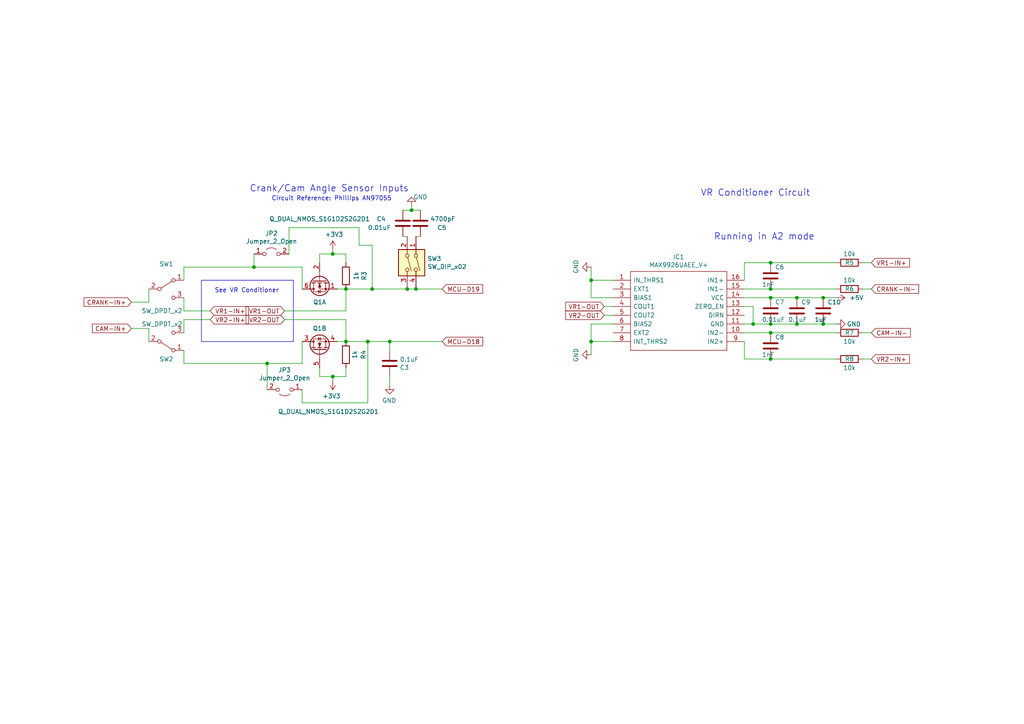
<source format=kicad_sch>
(kicad_sch (version 20250114) (generator "eeschema") (generator_version "9.0")
  (paper "A4")
  (lib_symbols
    (symbol "Device:C" (pin_numbers (hide yes)) (pin_names (offset 0.254))
      (property "Reference" "C" (at 0.635 2.54 0))
      (property "Value" "C" (at 0.635 -2.54 0))
      (symbol "C_0_1"
        (polyline (pts (xy -2.032 0.762) (xy 2.032 0.762)) (stroke (width 0.508)))
        (polyline (pts (xy -2.032 -0.762) (xy 2.032 -0.762)) (stroke (width 0.508)))
      )
      (symbol "C_1_1"
        (pin passive line (at 0 3.81 270) (length 2.794) (name "~") (number "1"))
        (pin passive line (at 0 -3.81 90) (length 2.794) (name "~") (number "2"))
      )
    )
    (symbol "Device:Q_DUAL_NMOS_S1G1D2S2G2D1" (pin_names (offset 0) (hide yes))
      (property "Reference" "Q" (at 6.35 1.27 0))
      (property "Value" "Device_Q_DUAL_NMOS_S1G1D2S2G2D1" (at 19.05 -1.27 0))
      (symbol "Q_DUAL_NMOS_S1G1D2S2G2D1_0_1"
        (polyline (pts (xy 0.254 1.905) (xy 0.254 -1.905)) (stroke (width 0.254)))
        (polyline (pts (xy 0.254 0) (xy -2.54 0)))
        (polyline (pts (xy 0.762 2.286) (xy 0.762 1.27)) (stroke (width 0.254)))
        (polyline (pts (xy 0.762 0.508) (xy 0.762 -0.508)) (stroke (width 0.254)))
        (polyline (pts (xy 0.762 -1.27) (xy 0.762 -2.286)) (stroke (width 0.254)))
        (polyline (pts (xy 0.762 -1.778) (xy 3.302 -1.778) (xy 3.302 1.778) (xy 0.762 1.778)))
        (polyline (pts (xy 1.016 0) (xy 2.032 0.381) (xy 2.032 -0.381) (xy 1.016 0)) (fill (type outline)))
        (circle (center 1.651 0) (radius 2.794) (stroke (width 0.254)))
        (polyline (pts (xy 2.54 2.54) (xy 2.54 1.778)))
        (circle (center 2.54 1.778) (radius 0.254) (fill (type outline)))
        (circle (center 2.54 -1.778) (radius 0.254) (fill (type outline)))
        (polyline (pts (xy 2.54 -2.54) (xy 2.54 0) (xy 0.762 0)))
        (polyline (pts (xy 2.794 0.508) (xy 2.921 0.381) (xy 3.683 0.381) (xy 3.81 0.254)))
        (polyline (pts (xy 3.302 0.381) (xy 2.921 -0.254) (xy 3.683 -0.254) (xy 3.302 0.381)))
      )
      (symbol "Q_DUAL_NMOS_S1G1D2S2G2D1_1_1"
        (pin input line (at -5.08 0 0) (length 2.54) (name "G") (number "2"))
        (pin passive line (at 2.54 5.08 270) (length 2.54) (name "D") (number "6"))
        (pin passive line (at 2.54 -5.08 90) (length 2.54) (name "S") (number "1"))
      )
      (symbol "Q_DUAL_NMOS_S1G1D2S2G2D1_2_1"
        (pin input line (at -5.08 0 0) (length 2.54) (name "G") (number "5"))
        (pin passive line (at 2.54 5.08 270) (length 2.54) (name "D") (number "3"))
        (pin passive line (at 2.54 -5.08 90) (length 2.54) (name "S") (number "4"))
      )
    )
    (symbol "Device:R" (pin_numbers (hide yes)) (pin_names (offset 0))
      (property "Reference" "R" (at 2.032 0 90))
      (property "Value" "R" (at 0 0 90))
      (symbol "R_0_1"
        (rectangle (start -1.016 -2.54) (end 1.016 2.54) (stroke (width 0.254)))
      )
      (symbol "R_1_1"
        (pin passive line (at 0 3.81 270) (length 1.27) (name "~") (number "1"))
        (pin passive line (at 0 -3.81 90) (length 1.27) (name "~") (number "2"))
      )
    )
    (symbol "IC_Automotive:MAX9926UAEE_V+" (pin_names (offset 0.762))
      (property "Reference" "IC" (at 34.29 7.62 0))
      (property "Value" "MAX9926UAEE_V+" (at 34.29 5.08 0))
      (symbol "MAX9926UAEE_V+_0_0"
        (pin input line (at 0 0 0) (length 5.08) (name "IN_THRS1") (number "1"))
        (pin input line (at 0 -2.54 0) (length 5.08) (name "EXT1") (number "2"))
        (pin input line (at 0 -5.08 0) (length 5.08) (name "BIAS1") (number "3"))
        (pin output line (at 0 -7.62 0) (length 5.08) (name "COUT1") (number "4"))
        (pin output line (at 0 -10.16 0) (length 5.08) (name "COUT2") (number "5"))
        (pin input line (at 0 -12.7 0) (length 5.08) (name "BIAS2") (number "6"))
        (pin input line (at 0 -15.24 0) (length 5.08) (name "EXT2") (number "7"))
        (pin input line (at 0 -17.78 0) (length 5.08) (name "INT_THRS2") (number "8"))
        (pin input line (at 38.1 0 180) (length 5.08) (name "IN1+") (number "16"))
        (pin input line (at 38.1 -2.54 180) (length 5.08) (name "IN1-") (number "15"))
        (pin power_in line (at 38.1 -5.08 180) (length 5.08) (name "VCC") (number "14"))
        (pin input line (at 38.1 -7.62 180) (length 5.08) (name "ZERO_EN") (number "13"))
        (pin output line (at 38.1 -10.16 180) (length 5.08) (name "DIRN") (number "12"))
        (pin power_in line (at 38.1 -12.7 180) (length 5.08) (name "GND") (number "11"))
        (pin input line (at 38.1 -15.24 180) (length 5.08) (name "IN2-") (number "10"))
        (pin input line (at 38.1 -17.78 180) (length 5.08) (name "IN2+") (number "9"))
      )
      (symbol "MAX9926UAEE_V+_0_1"
        (polyline (pts (xy 5.08 2.54) (xy 33.02 2.54) (xy 33.02 -20.32) (xy 5.08 -20.32) (xy 5.08 2.54)) (stroke (width 0.1524)))
      )
    )
    (symbol "Jumper:Jumper_2_Open" (pin_names (offset 0) (hide yes))
      (property "Reference" "JP" (at 0 2.794 0))
      (property "Value" "Jumper_2_Open" (at 0 -2.286 0))
      (symbol "Jumper_2_Open_0_0"
        (circle (center -2.032 0) (radius 0.508))
        (circle (center 2.032 0) (radius 0.508))
      )
      (symbol "Jumper_2_Open_0_1"
        (arc (start -1.524 1.27) (mid 0 1.778) (end 1.524 1.27))
      )
      (symbol "Jumper_2_Open_1_1"
        (pin passive line (at -5.08 0 0) (length 2.54) (name "A") (number "1"))
        (pin passive line (at 5.08 0 180) (length 2.54) (name "B") (number "2"))
      )
    )
    (symbol "Switch:SW_DIP_x02" (pin_names (offset 0) (hide yes))
      (property "Reference" "SW" (at 0 6.35 0))
      (property "Value" "SW_DIP_x02" (at 0 -3.81 0))
      (symbol "SW_DIP_x02_0_0"
        (circle (center -2.032 2.54) (radius 0.508))
        (circle (center -2.032 0) (radius 0.508))
        (polyline (pts (xy -1.524 2.667) (xy 2.3622 3.7084)))
        (polyline (pts (xy -1.524 0.127) (xy 2.3622 1.1684)))
        (circle (center 2.032 2.54) (radius 0.508))
        (circle (center 2.032 0) (radius 0.508))
      )
      (symbol "SW_DIP_x02_0_1"
        (rectangle (start -3.81 5.08) (end 3.81 -2.54) (stroke (width 0.254)) (fill (type background)))
      )
      (symbol "SW_DIP_x02_1_1"
        (pin passive line (at -7.62 2.54 0) (length 5.08) (name "~") (number "1"))
        (pin passive line (at -7.62 0 0) (length 5.08) (name "~") (number "2"))
        (pin passive line (at 7.62 2.54 180) (length 5.08) (name "~") (number "4"))
        (pin passive line (at 7.62 0 180) (length 5.08) (name "~") (number "3"))
      )
    )
    (symbol "Switch:SW_SPDT" (pin_names (offset 0) (hide yes))
      (property "Reference" "SW" (at 0 4.318 0))
      (property "Value" "SW_SPDT" (at 0 -5.08 0))
      (symbol "SW_SPDT_0_0"
        (circle (center -2.032 0) (radius 0.508))
        (circle (center 2.032 -2.54) (radius 0.508))
      )
      (symbol "SW_SPDT_0_1"
        (polyline (pts (xy -1.524 0.254) (xy 1.651 2.286)))
        (circle (center 2.032 2.54) (radius 0.508))
      )
      (symbol "SW_SPDT_1_1"
        (pin passive line (at -5.08 0 0) (length 2.54) (name "B") (number "2"))
        (pin passive line (at 5.08 2.54 180) (length 2.54) (name "A") (number "1"))
        (pin passive line (at 5.08 -2.54 180) (length 2.54) (name "C") (number "3"))
      )
    )
    (symbol "power:+3V3" (power) (pin_names (offset 0))
      (property "Value" "+3V3" (at 0 3.556 0))
      (symbol "+3V3_0_1"
        (polyline (pts (xy -0.762 1.27) (xy 0 2.54)))
        (polyline (pts (xy 0 2.54) (xy 0.762 1.27)))
        (polyline (pts (xy 0 0) (xy 0 2.54)))
      )
      (symbol "+3V3_1_1"
        (pin power_in line (at 0 0 90) (length 0) (hide yes) (name "+3V3") (number "1"))
      )
    )
    (symbol "power:+5V" (power) (pin_names (offset 0))
      (property "Value" "+5V" (at 0 3.556 0))
      (symbol "+5V_0_1"
        (polyline (pts (xy -0.762 1.27) (xy 0 2.54)))
        (polyline (pts (xy 0 2.54) (xy 0.762 1.27)))
        (polyline (pts (xy 0 0) (xy 0 2.54)))
      )
      (symbol "+5V_1_1"
        (pin power_in line (at 0 0 90) (length 0) (hide yes) (name "+5V") (number "1"))
      )
    )
    (symbol "power:GND" (power) (pin_names (offset 0))
      (property "Value" "GND" (at 0 -3.81 0))
      (symbol "GND_0_1"
        (polyline (pts (xy 0 0) (xy 0 -1.27) (xy 1.27 -1.27) (xy 0 -2.54) (xy -1.27 -1.27) (xy 0 -1.27)))
      )
      (symbol "GND_1_1"
        (pin power_in line (at 0 0 270) (length 0) (hide yes) (name "GND") (number "1"))
      )
    )
  )
  (text "See VR Conditioner" (at 62.23 85.09 0) (effects (font (size 1.27 1.27)) (justify left bottom)))
  (text "VR Conditioner Circuit" (at 203.2 57.15 0) (effects (font (size 1.8796 1.8796)) (justify left bottom)))
  (text "Crank/Cam Angle Sensor Inputs" (at 72.39 55.88 0) (effects (font (size 1.8796 1.8796)) (justify left bottom)))
  (text "Running in A2 mode" (at 207.01 69.85 0) (effects (font (size 1.8796 1.8796)) (justify left bottom)))
  (text "Circuit Reference: Phillips AN97055" (at 78.74 58.42 0) (effects (font (size 1.27 1.27)) (justify left bottom)))
  (junction (at 77.47 105.41))
  (junction (at 73.66 77.47))
  (junction (at 171.45 99.06))
  (junction (at 223.52 76.2))
  (junction (at 238.76 93.98))
  (junction (at 96.52 109.22))
  (junction (at 100.33 99.06))
  (junction (at 106.68 99.06))
  (junction (at 107.95 83.82))
  (junction (at 120.65 83.82))
  (junction (at 100.33 83.82))
  (junction (at 113.03 99.06))
  (junction (at 96.52 73.66))
  (junction (at 223.52 83.82))
  (junction (at 223.52 86.36))
  (junction (at 218.44 93.98))
  (junction (at 223.52 93.98))
  (junction (at 223.52 104.14))
  (junction (at 231.14 93.98))
  (junction (at 223.52 96.52))
  (junction (at 171.45 81.28))
  (junction (at 231.14 86.36))
  (junction (at 118.11 83.82))
  (junction (at 119.38 60.96))
  (junction (at 238.76 86.36))
  (wire (pts (xy 100.33 83.82) (xy 107.95 83.82)))
  (wire (pts (xy 87.63 113.03) (xy 87.63 116.84)))
  (wire (pts (xy 171.45 93.98) (xy 171.45 99.06)))
  (wire (pts (xy 120.65 68.58) (xy 121.92 68.58)))
  (wire (pts (xy 100.33 76.2) (xy 100.33 73.66)))
  (wire (pts (xy 83.82 66.04) (xy 104.14 66.04)))
  (wire (pts (xy 120.65 83.82) (xy 128.27 83.82)))
  (wire (pts (xy 87.63 83.82) (xy 87.63 77.47)))
  (wire (pts (xy 116.84 68.58) (xy 118.11 68.58)))
  (wire (pts (xy 118.11 83.82) (xy 120.65 83.82)))
  (wire (pts (xy 73.66 77.47) (xy 87.63 77.47)))
  (wire (pts (xy 43.18 95.25) (xy 43.18 99.06)))
  (wire (pts (xy 82.55 92.71) (xy 100.33 92.71)))
  (wire (pts (xy 53.34 90.17) (xy 60.96 90.17)))
  (wire (pts (xy 53.34 101.6) (xy 53.34 105.41)))
  (wire (pts (xy 87.63 99.06) (xy 87.63 105.41)))
  (wire (pts (xy 107.95 71.12) (xy 107.95 83.82)))
  (wire (pts (xy 104.14 71.12) (xy 107.95 71.12)))
  (wire (pts (xy 53.34 92.71) (xy 60.96 92.71)))
  (wire (pts (xy 100.33 109.22) (xy 100.33 106.68)))
  (wire (pts (xy 38.1 95.25) (xy 43.18 95.25)))
  (polyline (pts (xy 85.09 81.28) (xy 85.09 99.06)))
  (polyline (pts (xy 58.42 99.06) (xy 58.42 81.28)))
  (wire (pts (xy 177.8 93.98) (xy 171.45 93.98)))
  (wire (pts (xy 171.45 99.06) (xy 177.8 99.06)))
  (wire (pts (xy 53.34 105.41) (xy 77.47 105.41)))
  (wire (pts (xy 73.66 73.66) (xy 73.66 77.47)))
  (polyline (pts (xy 85.09 99.06) (xy 58.42 99.06)))
  (wire (pts (xy 100.33 92.71) (xy 100.33 99.06)))
  (wire (pts (xy 53.34 81.28) (xy 53.34 77.47)))
  (wire (pts (xy 242.57 83.82) (xy 223.52 83.82)))
  (wire (pts (xy 223.52 93.98) (xy 218.44 93.98)))
  (wire (pts (xy 223.52 96.52) (xy 215.9 96.52)))
  (wire (pts (xy 77.47 105.41) (xy 87.63 105.41)))
  (wire (pts (xy 231.14 86.36) (xy 223.52 86.36)))
  (wire (pts (xy 107.95 83.82) (xy 118.11 83.82)))
  (wire (pts (xy 231.14 93.98) (xy 223.52 93.98)))
  (wire (pts (xy 242.57 76.2) (xy 223.52 76.2)))
  (wire (pts (xy 252.73 96.52) (xy 250.19 96.52)))
  (wire (pts (xy 223.52 83.82) (xy 215.9 83.82)))
  (wire (pts (xy 238.76 93.98) (xy 231.14 93.98)))
  (wire (pts (xy 171.45 86.36) (xy 171.45 81.28)))
  (wire (pts (xy 92.71 109.22) (xy 96.52 109.22)))
  (wire (pts (xy 100.33 90.17) (xy 100.33 83.82)))
  (wire (pts (xy 175.26 91.44) (xy 177.8 91.44)))
  (wire (pts (xy 252.73 83.82) (xy 250.19 83.82)))
  (wire (pts (xy 53.34 77.47) (xy 73.66 77.47)))
  (wire (pts (xy 177.8 86.36) (xy 171.45 86.36)))
  (wire (pts (xy 171.45 81.28) (xy 177.8 81.28)))
  (wire (pts (xy 242.57 86.36) (xy 238.76 86.36)))
  (wire (pts (xy 113.03 111.76) (xy 113.03 109.22)))
  (wire (pts (xy 43.18 87.63) (xy 43.18 83.82)))
  (wire (pts (xy 171.45 77.47) (xy 171.45 81.28)))
  (wire (pts (xy 218.44 93.98) (xy 215.9 93.98)))
  (wire (pts (xy 92.71 73.66) (xy 96.52 73.66)))
  (wire (pts (xy 252.73 76.2) (xy 250.19 76.2)))
  (wire (pts (xy 97.79 99.06) (xy 100.33 99.06)))
  (wire (pts (xy 104.14 66.04) (xy 104.14 71.12)))
  (wire (pts (xy 113.03 99.06) (xy 113.03 101.6)))
  (wire (pts (xy 223.52 76.2) (xy 215.9 76.2)))
  (wire (pts (xy 82.55 90.17) (xy 100.33 90.17)))
  (wire (pts (xy 252.73 104.14) (xy 250.19 104.14)))
  (wire (pts (xy 53.34 96.52) (xy 53.34 92.71)))
  (wire (pts (xy 218.44 88.9) (xy 218.44 93.98)))
  (wire (pts (xy 223.52 86.36) (xy 215.9 86.36)))
  (wire (pts (xy 242.57 104.14) (xy 223.52 104.14)))
  (wire (pts (xy 215.9 76.2) (xy 215.9 81.28)))
  (wire (pts (xy 77.47 113.03) (xy 77.47 105.41)))
  (polyline (pts (xy 58.42 81.28) (xy 85.09 81.28)))
  (wire (pts (xy 238.76 86.36) (xy 231.14 86.36)))
  (wire (pts (xy 242.57 96.52) (xy 223.52 96.52)))
  (wire (pts (xy 175.26 88.9) (xy 177.8 88.9)))
  (wire (pts (xy 92.71 76.2) (xy 92.71 73.66)))
  (wire (pts (xy 223.52 104.14) (xy 215.9 104.14)))
  (wire (pts (xy 96.52 109.22) (xy 100.33 109.22)))
  (wire (pts (xy 96.52 72.39) (xy 96.52 73.66)))
  (wire (pts (xy 121.92 60.96) (xy 119.38 60.96)))
  (wire (pts (xy 96.52 110.49) (xy 96.52 109.22)))
  (wire (pts (xy 97.79 83.82) (xy 100.33 83.82)))
  (wire (pts (xy 215.9 104.14) (xy 215.9 99.06)))
  (wire (pts (xy 128.27 99.06) (xy 113.03 99.06)))
  (wire (pts (xy 83.82 73.66) (xy 83.82 66.04)))
  (wire (pts (xy 53.34 86.36) (xy 53.34 90.17)))
  (wire (pts (xy 38.1 87.63) (xy 43.18 87.63)))
  (wire (pts (xy 119.38 60.96) (xy 119.38 59.69)))
  (wire (pts (xy 96.52 73.66) (xy 100.33 73.66)))
  (wire (pts (xy 106.68 99.06) (xy 113.03 99.06)))
  (wire (pts (xy 87.63 116.84) (xy 106.68 116.84)))
  (wire (pts (xy 215.9 88.9) (xy 218.44 88.9)))
  (wire (pts (xy 106.68 116.84) (xy 106.68 99.06)))
  (wire (pts (xy 100.33 99.06) (xy 106.68 99.06)))
  (wire (pts (xy 116.84 60.96) (xy 119.38 60.96)))
  (wire (pts (xy 92.71 106.68) (xy 92.71 109.22)))
  (wire (pts (xy 171.45 102.87) (xy 171.45 99.06)))
  (wire (pts (xy 242.57 93.98) (xy 238.76 93.98)))
  (global_label "VR1-OUT" (shape input) (at 82.55 90.17 180) (property "Intersheetrefs" "${INTERSHEET_REFS}" (effects (hide yes))))
  (global_label "VR2-OUT" (shape input) (at 82.55 92.71 180) (property "Intersheetrefs" "${INTERSHEET_REFS}" (effects (hide yes))))
  (global_label "VR2-OUT" (shape input) (at 175.26 91.44 180) (property "Intersheetrefs" "${INTERSHEET_REFS}" (effects (hide yes))))
  (global_label "MCU-D18" (shape input) (at 128.27 99.06 0) (property "Intersheetrefs" "${INTERSHEET_REFS}" (effects (hide yes))))
  (global_label "CRANK-IN-" (shape input) (at 252.73 83.82 0) (property "Intersheetrefs" "${INTERSHEET_REFS}" (effects (hide yes))))
  (global_label "CAM-IN+" (shape input) (at 38.1 95.25 180) (property "Intersheetrefs" "${INTERSHEET_REFS}" (effects (hide yes))))
  (global_label "VR2-IN+" (shape input) (at 252.73 104.14 0) (property "Intersheetrefs" "${INTERSHEET_REFS}" (effects (hide yes))))
  (global_label "VR2-IN+" (shape input) (at 60.96 92.71 0) (property "Intersheetrefs" "${INTERSHEET_REFS}" (effects (hide yes))))
  (global_label "VR1-IN+" (shape input) (at 252.73 76.2 0) (property "Intersheetrefs" "${INTERSHEET_REFS}" (effects (hide yes))))
  (global_label "CRANK-IN+" (shape input) (at 38.1 87.63 180) (property "Intersheetrefs" "${INTERSHEET_REFS}" (effects (hide yes))))
  (global_label "VR1-IN+" (shape input) (at 60.96 90.17 0) (property "Intersheetrefs" "${INTERSHEET_REFS}" (effects (hide yes))))
  (global_label "CAM-IN-" (shape input) (at 252.73 96.52 0) (property "Intersheetrefs" "${INTERSHEET_REFS}" (effects (hide yes))))
  (global_label "VR1-OUT" (shape input) (at 175.26 88.9 180) (property "Intersheetrefs" "${INTERSHEET_REFS}" (effects (hide yes))))
  (global_label "MCU-D19" (shape input) (at 128.27 83.82 0) (property "Intersheetrefs" "${INTERSHEET_REFS}" (effects (hide yes))))
  (symbol (lib_id "power:+3V3") (at 96.52 110.49 180) (unit 1)
    (property "Reference" "#PWR022" (effects (hide yes)))
    (property "Value" "+3V3" (at 96.139 114.8842 0))
  )
  (symbol (lib_id "Device:C") (at 121.92 64.77 180) (unit 1)
    (property "Reference" "C5" (at 129.54 66.04 0) (effects (justify left)))
    (property "Value" "4700pF" (at 132.08 63.5 0) (effects (justify left)))
    (property "Footprint" "Capacitor_SMD:C_0805_2012Metric" (effects (hide yes)))
    (property "Digikey Part Number" "311-1133-1-ND" (effects (hide yes)))
    (property "Manufacturer_Name" "Yageo" (effects (hide yes)))
    (property "Manufacturer_Part_Number" "CC0805KRX7R9BB472" (effects (hide yes)))
    (property "URL" "https://www.digikey.com/product-detail/en/yageo/CC0805KRX7R9BB103/311-1136-1-ND/303046" (effects (hide yes)))
  )
  (symbol (lib_id "Device:C") (at 231.14 90.17 0) (unit 1)
    (property "Reference" "C9" (at 232.41 87.63 0) (effects (justify left)))
    (property "Value" "0.1uF" (at 228.6 92.71 0) (effects (justify left)))
    (property "Footprint" "Capacitor_SMD:C_0805_2012Metric" (effects (hide yes)))
    (property "Digikey Part Number" "311-1140-1-ND" (effects (hide yes)))
    (property "Manufacturer_Name" "Yageo" (effects (hide yes)))
    (property "Manufacturer_Part_Number" "CC0805KRX7R9BB104" (effects (hide yes)))
    (property "URL" "https://www.digikey.com.au/product-detail/en/yageo/CC0805KRX7R9BB104/311-1140-1-ND/303050" (effects (hide yes)))
  )
  (symbol (lib_id "Device:C") (at 223.52 100.33 0) (unit 1)
    (property "Reference" "C8" (at 224.79 97.79 0) (effects (justify left)))
    (property "Value" "1nF" (at 220.98 102.87 0) (effects (justify left)))
    (property "Footprint" "Capacitor_SMD:C_0805_2012Metric" (effects (hide yes)))
    (property "Digikey Part Number" "399-16591-1-ND" (effects (hide yes)))
    (property "Manufacturer_Name" "Kemet" (effects (hide yes)))
    (property "Manufacturer_Part_Number" "C0805C102J5HACAUTO" (effects (hide yes)))
    (property "URL" "https://www.digikey.com/product-detail/en/kemet/C0805C102J5HACAUTO/399-16591-1-ND/7943643" (effects (hide yes)))
  )
  (symbol (lib_id "Device:C") (at 113.03 105.41 0) (mirror x) (unit 1)
    (property "Reference" "C3" (at 115.951 106.5784 0) (effects (justify left)))
    (property "Value" "0.1uF" (at 115.951 104.267 0) (effects (justify left)))
    (property "Footprint" "Capacitor_SMD:C_0805_2012Metric" (effects (hide yes)))
    (property "Digikey Part Number" "311-1140-1-ND" (effects (hide yes)))
    (property "Manufacturer_Name" "Yageo" (effects (hide yes)))
    (property "Manufacturer_Part_Number" "CC0805KRX7R9BB104" (effects (hide yes)))
    (property "URL" "https://www.digikey.com.au/product-detail/en/yageo/CC0805KRX7R9BB104/311-1140-1-ND/303050" (effects (hide yes)))
  )
  (symbol (lib_id "Switch:SW_SPDT") (at 48.26 99.06 0) (mirror x) (unit 1)
    (property "Reference" "SW2" (at 48.26 104.14 0))
    (property "Value" "SW_DPDT_x2" (at 46.99 93.98 0))
    (property "Footprint" "Misc:AYZ0202AGRLC" (effects (hide yes)))
    (property "Digikey Part Number" "401-2013-1-ND" (effects (hide yes)))
    (property "Manufacturer_Name" "C & K COMPONENTS" (effects (hide yes)))
    (property "Manufacturer_Part_Number" "AYZ0202AGRLC" (effects (hide yes)))
    (property "URL" "https://www.digikey.com.au/product-detail/en/c-k/AYZ0202AGRLC/401-2013-1-ND/1640122" (effects (hide yes)))
  )
  (symbol (lib_id "Device:R") (at 246.38 76.2 270) (unit 1)
    (property "Reference" "R5" (at 246.38 76.2 90))
    (property "Value" "10k" (at 246.38 73.66 90))
    (property "Footprint" "Resistor_SMD:R_1206_3216Metric" (effects (hide yes)))
    (property "Digikey Part Number" "13-RC1206FR-7W10KLTR-ND" (effects (hide yes)))
    (property "Manufacturer_Name" "Yageo" (effects (hide yes)))
    (property "Manufacturer_Part_Number" "RC1206FR-7W10KL" (effects (hide yes)))
    (property "URL" "https://www.digikey.com/en/products/detail/yageo/RC1206FR-7W10KL/12698813" (effects (hide yes)))
  )
  (symbol (lib_id "Device:Q_DUAL_NMOS_S1G1D2S2G2D1") (at 92.71 101.6 90) (unit 2)
    (property "Reference" "Q1" (at 92.71 95.25 90))
    (property "Value" "Q_DUAL_NMOS_S1G1D2S2G2D1" (at 95.25 119.38 90))
    (property "Footprint" "Package_TO_SOT_SMD:SOT-363_SC-70-6" (effects (hide yes)))
    (property "Datasheet" "https://www.onsemi.com/pub/Collateral/NTJD5121N-D.PDF" (effects (hide yes)))
    (property "Digikey Part Number" "NVJD5121NT1GOSCT-ND" (effects (hide yes)))
    (property "Manufacturer_Name" "ON Semi" (effects (hide yes)))
    (property "Manufacturer_Part_Number" "NVJD5121NT1G" (effects (hide yes)))
    (property "URL" "https://www.digikey.com.au/product-detail/en/on-semiconductor/NVJD5121NT1G/NVJD5121NT1GOSCT-ND/9087601" (effects (hide yes)))
  )
  (symbol (lib_id "Device:R") (at 100.33 80.01 180) (unit 1)
    (property "Reference" "R3" (at 105.5878 80.01 90))
    (property "Value" "1k" (at 103.2764 80.01 90))
    (property "Footprint" "Resistor_SMD:R_0805_2012Metric" (effects (hide yes)))
    (property "Digikey Part Number" "311-1.00KCRCT-ND" (effects (hide yes)))
    (property "Manufacturer_Name" "Yageo" (effects (hide yes)))
    (property "Manufacturer_Part_Number" "RC0805FR-071KL" (effects (hide yes)))
    (property "URL" "https://www.digikey.com/product-detail/en/yageo/RC0805FR-071KL/311-1.00KCRCT-ND/730391" (effects (hide yes)))
  )
  (symbol (lib_id "power:GND") (at 119.38 59.69 180) (unit 1)
    (property "Reference" "#PWR024" (effects (hide yes)))
    (property "Value" "GND" (at 121.92 57.15 0))
  )
  (symbol (lib_id "Jumper:Jumper_2_Open") (at 82.55 113.03 180) (unit 1)
    (property "Reference" "JP3" (at 82.55 107.315 0))
    (property "Value" "Jumper_2_Open" (at 82.55 109.6264 0))
    (property "Footprint" "Jumper:SolderJumper-2_P1.3mm_Open_Pad1.0x1.5mm" (effects (hide yes)))
  )
  (symbol (lib_id "IC_Automotive:MAX9926UAEE_V+") (at 177.8 81.28 0) (unit 1)
    (property "Reference" "IC1" (at 196.85 74.549 0))
    (property "Value" "MAX9926UAEE_V+" (at 196.85 76.8604 0))
    (property "Footprint" "Package_SO:QSOP-16_3.9x4.9mm_P0.635mm" (effects (hide yes)))
    (property "Datasheet" "https://componentsearchengine.com/Datasheets/1/MAX9926UAEE_V+.pdf" (effects (hide yes)))
    (property "Description" "Sensor Interface Variable-Reluctance Sensor Interface" (effects (hide yes)))
    (property "Height" "1.75" (effects (hide yes)))
    (property "Manufacturer_Name" "Maxim Integrated" (effects (hide yes)))
    (property "Manufacturer_Part_Number" "MAX9926UAEE/V+" (effects (hide yes)))
    (property "Mouser Part Number" "700-MAX9926UAEE/V+" (effects (hide yes)))
    (property "Mouser Price/Stock" "https://www.mouser.com/Search/Refine.aspx?Keyword=700-MAX9926UAEE%2FV%2B" (effects (hide yes)))
    (property "Digikey Part Number" "MAX9926UAEE/V+-ND" (effects (hide yes)))
    (property "URL" "https://www.digikey.com.au/product-detail/en/maxim-integrated/MAX9926UAEE-V/MAX9926UAEE-V-ND/3517309" (effects (hide yes)))
  )
  (symbol (lib_id "Device:R") (at 246.38 83.82 270) (unit 1)
    (property "Reference" "R6" (at 246.38 83.82 90))
    (property "Value" "10k" (at 246.38 81.28 90))
    (property "Footprint" "Resistor_SMD:R_1206_3216Metric" (effects (hide yes)))
    (property "Digikey Part Number" "13-RC1206FR-7W10KLTR-ND" (effects (hide yes)))
    (property "Manufacturer_Name" "Yageo" (effects (hide yes)))
    (property "Manufacturer_Part_Number" "RC1206FR-7W10KL" (effects (hide yes)))
    (property "URL" "https://www.digikey.com/en/products/detail/yageo/RC1206FR-7W10KL/12698813" (effects (hide yes)))
  )
  (symbol (lib_id "Switch:SW_SPDT") (at 48.26 83.82 0) (unit 1)
    (property "Reference" "SW1" (at 48.26 76.581 0))
    (property "Value" "SW_DPDT_x2" (at 46.99 90.17 0))
    (property "Footprint" "Misc:AYZ0202AGRLC" (effects (hide yes)))
    (property "Digikey Part Number" "401-2013-1-ND" (effects (hide yes)))
    (property "Manufacturer_Name" "C & K COMPONENTS" (effects (hide yes)))
    (property "Manufacturer_Part_Number" "AYZ0202AGRLC" (effects (hide yes)))
    (property "URL" "https://www.digikey.com.au/product-detail/en/c-k/AYZ0202AGRLC/401-2013-1-ND/1640122" (effects (hide yes)))
  )
  (symbol (lib_id "Device:Q_DUAL_NMOS_S1G1D2S2G2D1") (at 92.71 81.28 90) (mirror x) (unit 1)
    (property "Reference" "Q1" (at 92.71 87.63 90))
    (property "Value" "Q_DUAL_NMOS_S1G1D2S2G2D1" (at 92.71 63.5 90))
    (property "Footprint" "Package_TO_SOT_SMD:SOT-363_SC-70-6" (effects (hide yes)))
    (property "Datasheet" "https://www.onsemi.com/pub/Collateral/NTJD5121N-D.PDF" (effects (hide yes)))
    (property "Digikey Part Number" "NVJD5121NT1GOSCT-ND" (effects (hide yes)))
    (property "Manufacturer_Name" "ON Semi" (effects (hide yes)))
    (property "Manufacturer_Part_Number" "NVJD5121NT1G" (effects (hide yes)))
    (property "URL" "https://www.digikey.com.au/product-detail/en/on-semiconductor/NVJD5121NT1G/NVJD5121NT1GOSCT-ND/9087601" (effects (hide yes)))
  )
  (symbol (lib_id "Switch:SW_DIP_x02") (at 118.11 76.2 270) (unit 1)
    (property "Reference" "SW3" (at 123.952 75.0316 90) (effects (justify left)))
    (property "Value" "SW_DIP_x02" (at 123.952 77.343 90) (effects (justify left)))
    (property "Footprint" "Button_Switch_SMD:SW_DIP_SPSTx02_Slide_9.78x7.26mm_W8.61mm_P2.54mm" (effects (hide yes)))
    (property "Digikey Part Number" "679-3566-1-ND" (effects (hide yes)))
    (property "Manufacturer_Name" "APEM Inc." (effects (hide yes)))
    (property "Manufacturer_Part_Number" "IKN0204000" (effects (hide yes)))
    (property "URL" "https://www.digikey.com.au/product-detail/en/apem-inc/IKN0204000/679-3566-1-ND/4384369" (effects (hide yes)))
  )
  (symbol (lib_id "Device:R") (at 246.38 96.52 270) (unit 1)
    (property "Reference" "R7" (at 246.38 96.52 90))
    (property "Value" "10k" (at 246.38 99.06 90))
    (property "Footprint" "Resistor_SMD:R_1206_3216Metric" (effects (hide yes)))
    (property "Digikey Part Number" "13-RC1206FR-7W10KLTR-ND" (effects (hide yes)))
    (property "Manufacturer_Name" "Yageo" (effects (hide yes)))
    (property "Manufacturer_Part_Number" "RC1206FR-7W10KL" (effects (hide yes)))
    (property "URL" "https://www.digikey.com/en/products/detail/yageo/RC1206FR-7W10KL/12698813" (effects (hide yes)))
  )
  (symbol (lib_id "Device:C") (at 223.52 90.17 0) (unit 1)
    (property "Reference" "C7" (at 224.79 87.63 0) (effects (justify left)))
    (property "Value" "0.01uF" (at 220.98 92.71 0) (effects (justify left)))
    (property "Footprint" "Capacitor_SMD:C_0805_2012Metric" (effects (hide yes)))
    (property "Digikey Part Number" "311-1136-1-ND" (effects (hide yes)))
    (property "Manufacturer_Name" "Yageo" (effects (hide yes)))
    (property "Manufacturer_Part_Number" "CC0805KRX7R9BB103" (effects (hide yes)))
    (property "URL" "https://www.digikey.com/product-detail/en/yageo/CC0805KRX7R9BB103/311-1136-1-ND/303046" (effects (hide yes)))
  )
  (symbol (lib_id "power:GND") (at 242.57 93.98 90) (mirror x) (unit 1)
    (property "Reference" "#PWR028" (effects (hide yes)))
    (property "Value" "GND" (at 247.65 93.98 90))
  )
  (symbol (lib_id "Device:C") (at 238.76 90.17 0) (unit 1)
    (property "Reference" "C10" (at 240.03 87.63 0) (effects (justify left)))
    (property "Value" "1uF" (at 236.22 92.71 0) (effects (justify left)))
    (property "Footprint" "Capacitor_SMD:C_0805_2012Metric" (effects (hide yes)))
    (property "Digikey Part Number" "311-1365-1-ND" (effects (hide yes)))
    (property "Manufacturer_Name" "Yageo" (effects (hide yes)))
    (property "Manufacturer_Part_Number" "CC0805KKX7R7BB105" (effects (hide yes)))
    (property "URL" "https://www.digikey.com/product-detail/en/yageo/CC0805KKX7R7BB105/311-1365-1-ND/2103149" (effects (hide yes)))
  )
  (symbol (lib_id "power:+5V") (at 242.57 86.36 270) (unit 1)
    (property "Reference" "#PWR027" (effects (hide yes)))
    (property "Value" "+5V" (at 246.38 86.36 90) (effects (justify left)))
  )
  (symbol (lib_id "Device:C") (at 116.84 64.77 0) (unit 1)
    (property "Reference" "C4" (at 109.22 63.5 0) (effects (justify left)))
    (property "Value" "0.01uF" (at 106.68 66.04 0) (effects (justify left)))
    (property "Footprint" "Capacitor_SMD:C_0805_2012Metric" (effects (hide yes)))
    (property "Digikey Part Number" "311-1136-1-ND" (effects (hide yes)))
    (property "Manufacturer_Name" "Yageo" (effects (hide yes)))
    (property "Manufacturer_Part_Number" "CC0805KRX7R9BB103" (effects (hide yes)))
    (property "URL" "https://www.digikey.com/product-detail/en/yageo/CC0805KRX7R9BB103/311-1136-1-ND/303046" (effects (hide yes)))
  )
  (symbol (lib_id "power:+3V3") (at 96.52 72.39 0) (unit 1)
    (property "Reference" "#PWR021" (effects (hide yes)))
    (property "Value" "+3V3" (at 96.901 67.9958 0))
  )
  (symbol (lib_id "Device:C") (at 223.52 80.01 0) (unit 1)
    (property "Reference" "C6" (at 224.79 77.47 0) (effects (justify left)))
    (property "Value" "1nF" (at 220.98 82.55 0) (effects (justify left)))
    (property "Footprint" "Capacitor_SMD:C_0805_2012Metric" (effects (hide yes)))
    (property "Digikey Part Number" "399-16591-1-ND" (effects (hide yes)))
    (property "Manufacturer_Name" "Kemet" (effects (hide yes)))
    (property "Manufacturer_Part_Number" "C0805C102J5HACAUTO" (effects (hide yes)))
    (property "URL" "https://www.digikey.com/product-detail/en/kemet/C0805C102J5HACAUTO/399-16591-1-ND/7943643" (effects (hide yes)))
  )
  (symbol (lib_id "power:GND") (at 171.45 102.87 270) (unit 1)
    (property "Reference" "#PWR026" (effects (hide yes)))
    (property "Value" "GND" (at 167.0558 102.997 0))
  )
  (symbol (lib_id "power:GND") (at 171.45 77.47 270) (mirror x) (unit 1)
    (property "Reference" "#PWR025" (effects (hide yes)))
    (property "Value" "GND" (at 167.0558 77.343 0))
  )
  (symbol (lib_id "Device:R") (at 246.38 104.14 270) (unit 1)
    (property "Reference" "R8" (at 246.38 104.14 90))
    (property "Value" "10k" (at 246.38 106.68 90))
    (property "Footprint" "Resistor_SMD:R_1206_3216Metric" (effects (hide yes)))
    (property "Digikey Part Number" "13-RC1206FR-7W10KLTR-ND" (effects (hide yes)))
    (property "Manufacturer_Name" "Yageo" (effects (hide yes)))
    (property "Manufacturer_Part_Number" "RC1206FR-7W10KL" (effects (hide yes)))
    (property "URL" "https://www.digikey.com/en/products/detail/yageo/RC1206FR-7W10KL/12698813" (effects (hide yes)))
  )
  (symbol (lib_id "Device:R") (at 100.33 102.87 0) (mirror x) (unit 1)
    (property "Reference" "R4" (at 105.41 102.87 90))
    (property "Value" "1k" (at 102.87 102.87 90))
    (property "Footprint" "Resistor_SMD:R_0805_2012Metric" (effects (hide yes)))
    (property "Digikey Part Number" "311-1.00KCRCT-ND" (effects (hide yes)))
    (property "Manufacturer_Name" "Yageo" (effects (hide yes)))
    (property "Manufacturer_Part_Number" "RC0805FR-071KL" (effects (hide yes)))
    (property "URL" "https://www.digikey.com/product-detail/en/yageo/RC0805FR-071KL/311-1.00KCRCT-ND/730391" (effects (hide yes)))
  )
  (symbol (lib_id "Jumper:Jumper_2_Open") (at 78.74 73.66 0) (unit 1)
    (property "Reference" "JP2" (at 78.74 67.691 0))
    (property "Value" "Jumper_2_Open" (at 78.74 70.0024 0))
    (property "Footprint" "Jumper:SolderJumper-2_P1.3mm_Open_Pad1.0x1.5mm" (effects (hide yes)))
  )
  (symbol (lib_id "power:GND") (at 113.03 111.76 0) (mirror y) (unit 1)
    (property "Reference" "#PWR023" (effects (hide yes)))
    (property "Value" "GND" (at 112.903 116.1542 0))
  )
)
</source>
